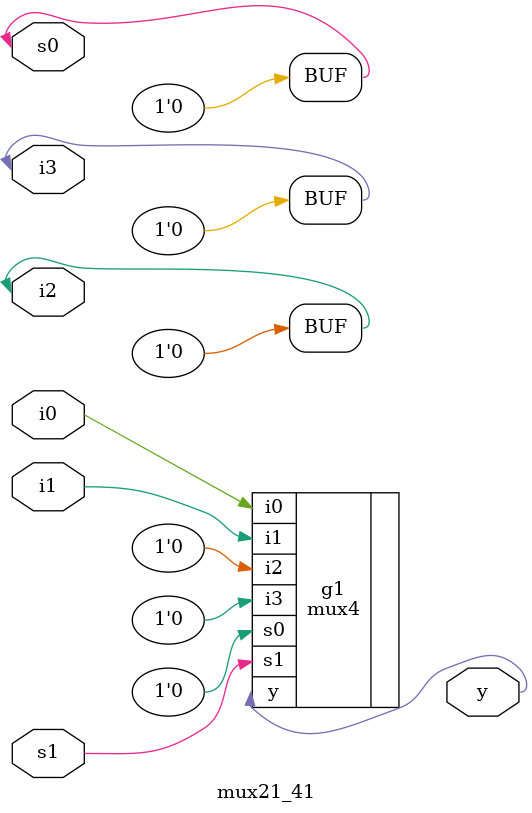
<source format=v>
`include "mux4.v"
module mux21_41(i0,i1,i2,i3,s0,s1,y);
input i0,i1,i2,i3,s0,s1;
output y;
assign s0=0;
assign {i2,i3}=0;
mux4 g1(.i0(i0),.i1(i1),.i2(i2),.i3(i3),.s0(s0),.s1(s1),.y(y));
endmodule

</source>
